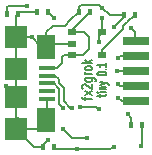
<source format=gtl>
%TF.GenerationSoftware,KiCad,Pcbnew,4.0.6+dfsg1-1*%
%TF.CreationDate,2017-09-07T21:46:30+02:00*%
%TF.ProjectId,fx2grok-tiny,66783267726F6B2D74696E792E6B6963,rev?*%
%TF.FileFunction,Copper,L1,Top,Signal*%
%FSLAX46Y46*%
G04 Gerber Fmt 4.6, Leading zero omitted, Abs format (unit mm)*
G04 Created by KiCad (PCBNEW 4.0.6+dfsg1-1) date Thu Sep  7 21:46:30 2017*
%MOMM*%
%LPD*%
G01*
G04 APERTURE LIST*
%ADD10C,0.150000*%
%ADD11C,0.127000*%
%ADD12R,0.398780X0.599440*%
%ADD13R,0.762000X0.508000*%
%ADD14R,1.348740X0.398780*%
%ADD15R,1.600200X2.100580*%
%ADD16R,1.899920X1.899920*%
%ADD17R,2.200300X0.759460*%
%ADD18C,0.449580*%
G04 APERTURE END LIST*
D10*
D11*
X76290714Y-45889334D02*
X76290714Y-45695810D01*
X76036714Y-45816763D02*
X76689857Y-45816763D01*
X76762429Y-45792572D01*
X76798714Y-45744191D01*
X76798714Y-45695810D01*
X76798714Y-45526477D02*
X76290714Y-45526477D01*
X76036714Y-45526477D02*
X76073000Y-45550667D01*
X76109286Y-45526477D01*
X76073000Y-45502286D01*
X76036714Y-45526477D01*
X76109286Y-45526477D01*
X76290714Y-45284572D02*
X76798714Y-45284572D01*
X76363286Y-45284572D02*
X76327000Y-45260381D01*
X76290714Y-45212000D01*
X76290714Y-45139429D01*
X76327000Y-45091048D01*
X76399571Y-45066857D01*
X76798714Y-45066857D01*
X76290714Y-44873334D02*
X76798714Y-44752381D01*
X76290714Y-44631429D02*
X76798714Y-44752381D01*
X76980143Y-44800762D01*
X77016429Y-44824953D01*
X77052714Y-44873334D01*
X76036714Y-43954095D02*
X76036714Y-43905714D01*
X76073000Y-43857333D01*
X76109286Y-43833142D01*
X76181857Y-43808952D01*
X76327000Y-43784761D01*
X76508429Y-43784761D01*
X76653571Y-43808952D01*
X76726143Y-43833142D01*
X76762429Y-43857333D01*
X76798714Y-43905714D01*
X76798714Y-43954095D01*
X76762429Y-44002476D01*
X76726143Y-44026666D01*
X76653571Y-44050857D01*
X76508429Y-44075047D01*
X76327000Y-44075047D01*
X76181857Y-44050857D01*
X76109286Y-44026666D01*
X76073000Y-44002476D01*
X76036714Y-43954095D01*
X76726143Y-43567047D02*
X76762429Y-43542856D01*
X76798714Y-43567047D01*
X76762429Y-43591237D01*
X76726143Y-43567047D01*
X76798714Y-43567047D01*
X76798714Y-43059046D02*
X76798714Y-43349332D01*
X76798714Y-43204189D02*
X76036714Y-43204189D01*
X76145571Y-43252570D01*
X76218143Y-43300951D01*
X76254429Y-43349332D01*
X74993500Y-46158453D02*
X74993500Y-45916548D01*
X75586167Y-46067739D02*
X74824167Y-46067739D01*
X74739500Y-46037500D01*
X74697167Y-45977024D01*
X74697167Y-45916548D01*
X75586167Y-45765358D02*
X74993500Y-45432739D01*
X74993500Y-45765358D02*
X75586167Y-45432739D01*
X74781833Y-45221072D02*
X74739500Y-45190834D01*
X74697167Y-45130357D01*
X74697167Y-44979167D01*
X74739500Y-44918691D01*
X74781833Y-44888453D01*
X74866500Y-44858214D01*
X74951167Y-44858214D01*
X75078167Y-44888453D01*
X75586167Y-45251310D01*
X75586167Y-44858214D01*
X74993500Y-44313929D02*
X75713167Y-44313929D01*
X75797833Y-44344167D01*
X75840167Y-44374405D01*
X75882500Y-44434881D01*
X75882500Y-44525595D01*
X75840167Y-44586072D01*
X75543833Y-44313929D02*
X75586167Y-44374405D01*
X75586167Y-44495357D01*
X75543833Y-44555833D01*
X75501500Y-44586072D01*
X75416833Y-44616310D01*
X75162833Y-44616310D01*
X75078167Y-44586072D01*
X75035833Y-44555833D01*
X74993500Y-44495357D01*
X74993500Y-44374405D01*
X75035833Y-44313929D01*
X75586167Y-44011548D02*
X74993500Y-44011548D01*
X75162833Y-44011548D02*
X75078167Y-43981309D01*
X75035833Y-43951071D01*
X74993500Y-43890595D01*
X74993500Y-43830119D01*
X75586167Y-43527738D02*
X75543833Y-43588214D01*
X75501500Y-43618453D01*
X75416833Y-43648691D01*
X75162833Y-43648691D01*
X75078167Y-43618453D01*
X75035833Y-43588214D01*
X74993500Y-43527738D01*
X74993500Y-43437024D01*
X75035833Y-43376548D01*
X75078167Y-43346310D01*
X75162833Y-43316072D01*
X75416833Y-43316072D01*
X75501500Y-43346310D01*
X75543833Y-43376548D01*
X75586167Y-43437024D01*
X75586167Y-43527738D01*
X75586167Y-43043929D02*
X74697167Y-43043929D01*
X75247500Y-42983452D02*
X75586167Y-42802024D01*
X74993500Y-42802024D02*
X75332167Y-43043929D01*
D12*
X75379580Y-38735000D03*
X74480420Y-38735000D03*
X71823580Y-38735000D03*
X70924420Y-38735000D03*
D13*
X73880980Y-40446960D03*
X73880980Y-42351960D03*
X76420980Y-40446960D03*
X73880980Y-41399460D03*
X76420980Y-42351960D03*
D12*
X79189580Y-38989000D03*
X78290420Y-38989000D03*
X68384420Y-38862000D03*
X69283580Y-38862000D03*
X78925420Y-48260000D03*
X79824580Y-48260000D03*
X72331580Y-50165000D03*
X71432420Y-50165000D03*
D14*
X71800720Y-43449240D03*
X71800720Y-44099480D03*
X71800720Y-44749720D03*
X71800720Y-45399960D03*
X71800720Y-46050200D03*
D15*
X71701660Y-41650920D03*
X71701660Y-47851060D03*
D16*
X69151500Y-48648620D03*
X69151500Y-45948600D03*
X69151500Y-43550840D03*
X69151500Y-40850820D03*
D17*
X79281020Y-46248320D03*
X79281020Y-44973240D03*
X79281020Y-43698160D03*
X79281020Y-42423080D03*
X79281020Y-41148000D03*
D18*
X73850500Y-46824900D03*
X73149460Y-46875700D03*
X77800200Y-45974000D03*
X77800200Y-44856400D03*
X77724000Y-43688000D03*
X77800200Y-42646600D03*
X78613000Y-47371000D03*
X74549000Y-46736000D03*
X76174600Y-46939200D03*
X68707000Y-49149000D03*
X77470000Y-40005000D03*
X76454000Y-38354000D03*
X69215000Y-47752000D03*
X78867000Y-40068500D03*
X68326000Y-44958000D03*
X71882000Y-49530000D03*
X70500240Y-40876220D03*
X70104000Y-38227000D03*
X76454000Y-39243000D03*
X79756000Y-50038000D03*
X77406500Y-50165000D03*
X76174600Y-41224200D03*
X75184000Y-49403000D03*
X73152000Y-48641000D03*
X74295000Y-50292000D03*
X72390000Y-39243000D03*
D11*
X73880980Y-40446960D02*
X73880980Y-40233600D01*
X73880980Y-40233600D02*
X75379580Y-38735000D01*
X71800720Y-43449240D02*
X72374760Y-43449240D01*
X72374760Y-43449240D02*
X72390000Y-43434000D01*
X72390000Y-43434000D02*
X72644000Y-43434000D01*
X72644000Y-43434000D02*
X73025000Y-43053000D01*
X73025000Y-43053000D02*
X73025000Y-42545000D01*
X73025000Y-42545000D02*
X73218040Y-42351960D01*
X73218040Y-42351960D02*
X73880980Y-42351960D01*
X75311000Y-38803580D02*
X75379580Y-38735000D01*
X73880980Y-40446960D02*
X74896980Y-40446960D01*
X75300840Y-40850820D02*
X75300840Y-41849040D01*
X74896980Y-40446960D02*
X75300840Y-40850820D01*
X75300840Y-41849040D02*
X74797920Y-42351960D01*
X74797920Y-42351960D02*
X73880980Y-42351960D01*
X73753980Y-46824900D02*
X73850500Y-46824900D01*
X73177400Y-45151040D02*
X73177400Y-46248320D01*
X72750680Y-44724320D02*
X73177400Y-45151040D01*
X72750680Y-44427140D02*
X72750680Y-44724320D01*
X73177400Y-46248320D02*
X73753980Y-46824900D01*
X72423020Y-44099480D02*
X72750680Y-44427140D01*
X71800720Y-44099480D02*
X72423020Y-44099480D01*
X72824340Y-45222160D02*
X72824340Y-46550580D01*
X71800720Y-44749720D02*
X72349360Y-44749720D01*
X72727820Y-45125640D02*
X72824340Y-45222160D01*
X72725280Y-45125640D02*
X72727820Y-45125640D01*
X72349360Y-44749720D02*
X72725280Y-45125640D01*
X72824340Y-46550580D02*
X73149460Y-46875700D01*
X78105000Y-46278800D02*
X79458820Y-46278800D01*
X77800200Y-45974000D02*
X78105000Y-46278800D01*
X77800200Y-44856400D02*
X77947520Y-45003720D01*
X79458820Y-45003720D02*
X77947520Y-45003720D01*
X77734160Y-43698160D02*
X79281020Y-43698160D01*
X77724000Y-43688000D02*
X77734160Y-43698160D01*
X77993240Y-42453560D02*
X79458820Y-42453560D01*
X77800200Y-42646600D02*
X77993240Y-42453560D01*
X78613000Y-47371000D02*
X78925420Y-47683420D01*
X78925420Y-48260000D02*
X78925420Y-47683420D01*
X78925420Y-48260000D02*
X78925420Y-48064420D01*
X75946000Y-46736000D02*
X74549000Y-46736000D01*
X76174600Y-46939200D02*
X75946000Y-46736000D01*
X69151500Y-48704500D02*
X68707000Y-49149000D01*
X70924420Y-38735000D02*
X69410580Y-38735000D01*
X69410580Y-38735000D02*
X69283580Y-38862000D01*
X74480420Y-38735000D02*
X74480420Y-38295580D01*
X76200000Y-38100000D02*
X76454000Y-38354000D01*
X74676000Y-38100000D02*
X76200000Y-38100000D01*
X74480420Y-38295580D02*
X74676000Y-38100000D01*
X71701660Y-41650920D02*
X71701660Y-40439340D01*
X73718420Y-39438580D02*
X74480420Y-38735000D01*
X73279000Y-39878000D02*
X73718420Y-39438580D01*
X72263000Y-39878000D02*
X73279000Y-39878000D01*
X71701660Y-40439340D02*
X72263000Y-39878000D01*
X77470000Y-40005000D02*
X78290420Y-39184580D01*
X78290420Y-39184580D02*
X78290420Y-38989000D01*
X74480420Y-38735000D02*
X74480420Y-38549580D01*
X77089000Y-38989000D02*
X78290420Y-38989000D01*
X76454000Y-38354000D02*
X77089000Y-38989000D01*
X71701660Y-41650920D02*
X71701660Y-40624760D01*
X69283580Y-38862000D02*
X69151500Y-38994080D01*
X69151500Y-38994080D02*
X69151500Y-40850820D01*
X74480420Y-38735000D02*
X74480420Y-38676580D01*
X78290420Y-38989000D02*
X78290420Y-38920420D01*
X69215000Y-47752000D02*
X69151500Y-47815500D01*
X78867000Y-40068500D02*
X79184500Y-40386000D01*
X79184500Y-40386000D02*
X79184500Y-40904160D01*
X79184500Y-40904160D02*
X79458820Y-41178480D01*
X68326000Y-44958000D02*
X69151500Y-45783500D01*
X69151500Y-45783500D02*
X69151500Y-45948600D01*
X69151500Y-48648620D02*
X69151500Y-45948600D01*
X69151500Y-47815500D02*
X69151500Y-48648620D01*
X69151500Y-45948600D02*
X69151500Y-43550840D01*
X69151500Y-40850820D02*
X69151500Y-43550840D01*
X70500240Y-40876220D02*
X69176900Y-40876220D01*
X69176900Y-40876220D02*
X69151500Y-40850820D01*
X69151500Y-43751500D02*
X69151500Y-43550840D01*
X69151500Y-48648620D02*
X70904100Y-48648620D01*
X70904100Y-48648620D02*
X71701660Y-47851060D01*
X69151500Y-48704500D02*
X69151500Y-48648620D01*
X71432420Y-50165000D02*
X70667880Y-50165000D01*
X70667880Y-50165000D02*
X69151500Y-48648620D01*
X71432420Y-50165000D02*
X71432420Y-49979580D01*
X71432420Y-49979580D02*
X71882000Y-49530000D01*
X70904100Y-48648620D02*
X71701660Y-47851060D01*
X71800720Y-47851060D02*
X71701660Y-47851060D01*
X71800720Y-47752000D02*
X71701660Y-47851060D01*
X71800720Y-46050200D02*
X71800720Y-47752000D01*
X71953120Y-41399460D02*
X71701660Y-41650920D01*
X73880980Y-41399460D02*
X71953120Y-41399460D01*
X72453500Y-40899080D02*
X71701660Y-41650920D01*
X71274940Y-41650920D02*
X71701660Y-41650920D01*
X70500240Y-40876220D02*
X71274940Y-41650920D01*
X69951600Y-41650920D02*
X69151500Y-40850820D01*
X68384420Y-38862000D02*
X68384420Y-38295580D01*
X68453000Y-38227000D02*
X70104000Y-38227000D01*
X68384420Y-38295580D02*
X68453000Y-38227000D01*
X76420980Y-40446960D02*
X76420980Y-39276020D01*
X76420980Y-39276020D02*
X76454000Y-39243000D01*
X79824580Y-48260000D02*
X79824580Y-49969420D01*
X79824580Y-49969420D02*
X79756000Y-50038000D01*
X77089000Y-50292000D02*
X74295000Y-50292000D01*
X77406500Y-50165000D02*
X77089000Y-50292000D01*
X76174600Y-40767000D02*
X76420980Y-40520620D01*
X76174600Y-41224200D02*
X76174600Y-40767000D01*
X76420980Y-40520620D02*
X76420980Y-40446960D01*
X73914000Y-49403000D02*
X75184000Y-49403000D01*
X73152000Y-48641000D02*
X73914000Y-49403000D01*
X74295000Y-50292000D02*
X72458580Y-50292000D01*
X72458580Y-50292000D02*
X72331580Y-50165000D01*
X76420980Y-40446960D02*
X76420980Y-40319960D01*
X76420980Y-42351960D02*
X76420980Y-41943020D01*
X78554580Y-39555420D02*
X79189580Y-38989000D01*
X78232000Y-39878000D02*
X78554580Y-39555420D01*
X78232000Y-40132000D02*
X78232000Y-39878000D01*
X76420980Y-41943020D02*
X78232000Y-40132000D01*
X72390000Y-39243000D02*
X71882000Y-38735000D01*
M02*

</source>
